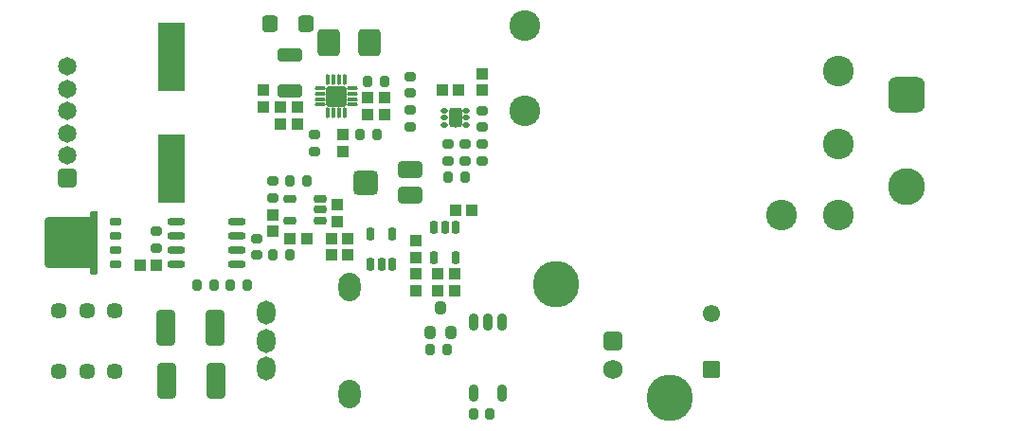
<source format=gts>
G04*
G04 #@! TF.GenerationSoftware,Altium Limited,Altium Designer,25.6.2 (33)*
G04*
G04 Layer_Color=8388736*
%FSLAX44Y44*%
%MOMM*%
G71*
G04*
G04 #@! TF.SameCoordinates,321F6365-E8C5-40D8-95C8-D2BB24AFB59A*
G04*
G04*
G04 #@! TF.FilePolarity,Negative*
G04*
G01*
G75*
G04:AMPARAMS|DCode=37|XSize=1mm|YSize=0.8mm|CornerRadius=0.1563mm|HoleSize=0mm|Usage=FLASHONLY|Rotation=90.000|XOffset=0mm|YOffset=0mm|HoleType=Round|Shape=RoundedRectangle|*
%AMROUNDEDRECTD37*
21,1,1.0000,0.4875,0,0,90.0*
21,1,0.6875,0.8000,0,0,90.0*
1,1,0.3125,0.2438,0.3438*
1,1,0.3125,0.2438,-0.3438*
1,1,0.3125,-0.2438,-0.3438*
1,1,0.3125,-0.2438,0.3438*
%
%ADD37ROUNDEDRECTD37*%
G04:AMPARAMS|DCode=38|XSize=2.15mm|YSize=2.15mm|CornerRadius=0.325mm|HoleSize=0mm|Usage=FLASHONLY|Rotation=270.000|XOffset=0mm|YOffset=0mm|HoleType=Round|Shape=RoundedRectangle|*
%AMROUNDEDRECTD38*
21,1,2.1500,1.5000,0,0,270.0*
21,1,1.5000,2.1500,0,0,270.0*
1,1,0.6500,-0.7500,-0.7500*
1,1,0.6500,-0.7500,0.7500*
1,1,0.6500,0.7500,0.7500*
1,1,0.6500,0.7500,-0.7500*
%
%ADD38ROUNDEDRECTD38*%
G04:AMPARAMS|DCode=39|XSize=2.15mm|YSize=1.45mm|CornerRadius=0.2375mm|HoleSize=0mm|Usage=FLASHONLY|Rotation=180.000|XOffset=0mm|YOffset=0mm|HoleType=Round|Shape=RoundedRectangle|*
%AMROUNDEDRECTD39*
21,1,2.1500,0.9750,0,0,180.0*
21,1,1.6750,1.4500,0,0,180.0*
1,1,0.4750,-0.8375,0.4875*
1,1,0.4750,0.8375,0.4875*
1,1,0.4750,0.8375,-0.4875*
1,1,0.4750,-0.8375,-0.4875*
%
%ADD39ROUNDEDRECTD39*%
G04:AMPARAMS|DCode=40|XSize=1.1mm|YSize=1.05mm|CornerRadius=0.1875mm|HoleSize=0mm|Usage=FLASHONLY|Rotation=0.000|XOffset=0mm|YOffset=0mm|HoleType=Round|Shape=RoundedRectangle|*
%AMROUNDEDRECTD40*
21,1,1.1000,0.6750,0,0,0.0*
21,1,0.7250,1.0500,0,0,0.0*
1,1,0.3750,0.3625,-0.3375*
1,1,0.3750,-0.3625,-0.3375*
1,1,0.3750,-0.3625,0.3375*
1,1,0.3750,0.3625,0.3375*
%
%ADD40ROUNDEDRECTD40*%
G04:AMPARAMS|DCode=41|XSize=1.1mm|YSize=1.05mm|CornerRadius=0.1875mm|HoleSize=0mm|Usage=FLASHONLY|Rotation=90.000|XOffset=0mm|YOffset=0mm|HoleType=Round|Shape=RoundedRectangle|*
%AMROUNDEDRECTD41*
21,1,1.1000,0.6750,0,0,90.0*
21,1,0.7250,1.0500,0,0,90.0*
1,1,0.3750,0.3375,0.3625*
1,1,0.3750,0.3375,-0.3625*
1,1,0.3750,-0.3375,-0.3625*
1,1,0.3750,-0.3375,0.3625*
%
%ADD41ROUNDEDRECTD41*%
G04:AMPARAMS|DCode=42|XSize=1.75mm|YSize=1.11mm|CornerRadius=0.195mm|HoleSize=0mm|Usage=FLASHONLY|Rotation=90.000|XOffset=0mm|YOffset=0mm|HoleType=Round|Shape=RoundedRectangle|*
%AMROUNDEDRECTD42*
21,1,1.7500,0.7200,0,0,90.0*
21,1,1.3600,1.1100,0,0,90.0*
1,1,0.3900,0.3600,0.6800*
1,1,0.3900,0.3600,-0.6800*
1,1,0.3900,-0.3600,-0.6800*
1,1,0.3900,-0.3600,0.6800*
%
%ADD42ROUNDEDRECTD42*%
G04:AMPARAMS|DCode=43|XSize=0.45mm|YSize=0.6mm|CornerRadius=0.1125mm|HoleSize=0mm|Usage=FLASHONLY|Rotation=90.000|XOffset=0mm|YOffset=0mm|HoleType=Round|Shape=RoundedRectangle|*
%AMROUNDEDRECTD43*
21,1,0.4500,0.3750,0,0,90.0*
21,1,0.2250,0.6000,0,0,90.0*
1,1,0.2250,0.1875,0.1125*
1,1,0.2250,0.1875,-0.1125*
1,1,0.2250,-0.1875,-0.1125*
1,1,0.2250,-0.1875,0.1125*
%
%ADD43ROUNDEDRECTD43*%
G04:AMPARAMS|DCode=44|XSize=1mm|YSize=0.8mm|CornerRadius=0.1563mm|HoleSize=0mm|Usage=FLASHONLY|Rotation=0.000|XOffset=0mm|YOffset=0mm|HoleType=Round|Shape=RoundedRectangle|*
%AMROUNDEDRECTD44*
21,1,1.0000,0.4875,0,0,0.0*
21,1,0.6875,0.8000,0,0,0.0*
1,1,0.3125,0.3438,-0.2438*
1,1,0.3125,-0.3438,-0.2438*
1,1,0.3125,-0.3438,0.2438*
1,1,0.3125,0.3438,0.2438*
%
%ADD44ROUNDEDRECTD44*%
G04:AMPARAMS|DCode=45|XSize=0.4mm|YSize=0.95mm|CornerRadius=0.1375mm|HoleSize=0mm|Usage=FLASHONLY|Rotation=0.000|XOffset=0mm|YOffset=0mm|HoleType=Round|Shape=RoundedRectangle|*
%AMROUNDEDRECTD45*
21,1,0.4000,0.6750,0,0,0.0*
21,1,0.1250,0.9500,0,0,0.0*
1,1,0.2750,0.0625,-0.3375*
1,1,0.2750,-0.0625,-0.3375*
1,1,0.2750,-0.0625,0.3375*
1,1,0.2750,0.0625,0.3375*
%
%ADD45ROUNDEDRECTD45*%
G04:AMPARAMS|DCode=46|XSize=0.7mm|YSize=1.15mm|CornerRadius=0.2125mm|HoleSize=0mm|Usage=FLASHONLY|Rotation=0.000|XOffset=0mm|YOffset=0mm|HoleType=Round|Shape=RoundedRectangle|*
%AMROUNDEDRECTD46*
21,1,0.7000,0.7250,0,0,0.0*
21,1,0.2750,1.1500,0,0,0.0*
1,1,0.4250,0.1375,-0.3625*
1,1,0.4250,-0.1375,-0.3625*
1,1,0.4250,-0.1375,0.3625*
1,1,0.4250,0.1375,0.3625*
%
%ADD46ROUNDEDRECTD46*%
G04:AMPARAMS|DCode=47|XSize=0.8mm|YSize=1.45mm|CornerRadius=0.2375mm|HoleSize=0mm|Usage=FLASHONLY|Rotation=180.000|XOffset=0mm|YOffset=0mm|HoleType=Round|Shape=RoundedRectangle|*
%AMROUNDEDRECTD47*
21,1,0.8000,0.9750,0,0,180.0*
21,1,0.3250,1.4500,0,0,180.0*
1,1,0.4750,-0.1625,0.4875*
1,1,0.4750,0.1625,0.4875*
1,1,0.4750,0.1625,-0.4875*
1,1,0.4750,-0.1625,-0.4875*
%
%ADD47ROUNDEDRECTD47*%
G04:AMPARAMS|DCode=48|XSize=0.95mm|YSize=1.15mm|CornerRadius=0.275mm|HoleSize=0mm|Usage=FLASHONLY|Rotation=180.000|XOffset=0mm|YOffset=0mm|HoleType=Round|Shape=RoundedRectangle|*
%AMROUNDEDRECTD48*
21,1,0.9500,0.6000,0,0,180.0*
21,1,0.4000,1.1500,0,0,180.0*
1,1,0.5500,-0.2000,0.3000*
1,1,0.5500,0.2000,0.3000*
1,1,0.5500,0.2000,-0.3000*
1,1,0.5500,-0.2000,-0.3000*
%
%ADD48ROUNDEDRECTD48*%
G04:AMPARAMS|DCode=49|XSize=1.81mm|YSize=1.81mm|CornerRadius=0.1995mm|HoleSize=0mm|Usage=FLASHONLY|Rotation=0.000|XOffset=0mm|YOffset=0mm|HoleType=Round|Shape=RoundedRectangle|*
%AMROUNDEDRECTD49*
21,1,1.8100,1.4110,0,0,0.0*
21,1,1.4110,1.8100,0,0,0.0*
1,1,0.3990,0.7055,-0.7055*
1,1,0.3990,-0.7055,-0.7055*
1,1,0.3990,-0.7055,0.7055*
1,1,0.3990,0.7055,0.7055*
%
%ADD49ROUNDEDRECTD49*%
G04:AMPARAMS|DCode=50|XSize=0.4mm|YSize=0.95mm|CornerRadius=0.1375mm|HoleSize=0mm|Usage=FLASHONLY|Rotation=90.000|XOffset=0mm|YOffset=0mm|HoleType=Round|Shape=RoundedRectangle|*
%AMROUNDEDRECTD50*
21,1,0.4000,0.6750,0,0,90.0*
21,1,0.1250,0.9500,0,0,90.0*
1,1,0.2750,0.3375,0.0625*
1,1,0.2750,0.3375,-0.0625*
1,1,0.2750,-0.3375,-0.0625*
1,1,0.2750,-0.3375,0.0625*
%
%ADD50ROUNDEDRECTD50*%
G04:AMPARAMS|DCode=51|XSize=2.15mm|YSize=1.15mm|CornerRadius=0.2mm|HoleSize=0mm|Usage=FLASHONLY|Rotation=180.000|XOffset=0mm|YOffset=0mm|HoleType=Round|Shape=RoundedRectangle|*
%AMROUNDEDRECTD51*
21,1,2.1500,0.7500,0,0,180.0*
21,1,1.7500,1.1500,0,0,180.0*
1,1,0.4000,-0.8750,0.3750*
1,1,0.4000,0.8750,0.3750*
1,1,0.4000,0.8750,-0.3750*
1,1,0.4000,-0.8750,-0.3750*
%
%ADD51ROUNDEDRECTD51*%
G04:AMPARAMS|DCode=52|XSize=0.7mm|YSize=1.15mm|CornerRadius=0.2125mm|HoleSize=0mm|Usage=FLASHONLY|Rotation=270.000|XOffset=0mm|YOffset=0mm|HoleType=Round|Shape=RoundedRectangle|*
%AMROUNDEDRECTD52*
21,1,0.7000,0.7250,0,0,270.0*
21,1,0.2750,1.1500,0,0,270.0*
1,1,0.4250,-0.3625,-0.1375*
1,1,0.4250,-0.3625,0.1375*
1,1,0.4250,0.3625,0.1375*
1,1,0.4250,0.3625,-0.1375*
%
%ADD52ROUNDEDRECTD52*%
G04:AMPARAMS|DCode=53|XSize=2.45mm|YSize=6.15mm|CornerRadius=0.2475mm|HoleSize=0mm|Usage=FLASHONLY|Rotation=0.000|XOffset=0mm|YOffset=0mm|HoleType=Round|Shape=RoundedRectangle|*
%AMROUNDEDRECTD53*
21,1,2.4500,5.6550,0,0,0.0*
21,1,1.9550,6.1500,0,0,0.0*
1,1,0.4950,0.9775,-2.8275*
1,1,0.4950,-0.9775,-2.8275*
1,1,0.4950,-0.9775,2.8275*
1,1,0.4950,0.9775,2.8275*
%
%ADD53ROUNDEDRECTD53*%
G04:AMPARAMS|DCode=54|XSize=3.15mm|YSize=1.65mm|CornerRadius=0.2625mm|HoleSize=0mm|Usage=FLASHONLY|Rotation=270.000|XOffset=0mm|YOffset=0mm|HoleType=Round|Shape=RoundedRectangle|*
%AMROUNDEDRECTD54*
21,1,3.1500,1.1250,0,0,270.0*
21,1,2.6250,1.6500,0,0,270.0*
1,1,0.5250,-0.5625,-1.3125*
1,1,0.5250,-0.5625,1.3125*
1,1,0.5250,0.5625,1.3125*
1,1,0.5250,0.5625,-1.3125*
%
%ADD54ROUNDEDRECTD54*%
G04:AMPARAMS|DCode=55|XSize=2.45mm|YSize=1.95mm|CornerRadius=0.3mm|HoleSize=0mm|Usage=FLASHONLY|Rotation=270.000|XOffset=0mm|YOffset=0mm|HoleType=Round|Shape=RoundedRectangle|*
%AMROUNDEDRECTD55*
21,1,2.4500,1.3500,0,0,270.0*
21,1,1.8500,1.9500,0,0,270.0*
1,1,0.6000,-0.6750,-0.9250*
1,1,0.6000,-0.6750,0.9250*
1,1,0.6000,0.6750,0.9250*
1,1,0.6000,0.6750,-0.9250*
%
%ADD55ROUNDEDRECTD55*%
G04:AMPARAMS|DCode=56|XSize=1.45mm|YSize=1.35mm|CornerRadius=0.225mm|HoleSize=0mm|Usage=FLASHONLY|Rotation=90.000|XOffset=0mm|YOffset=0mm|HoleType=Round|Shape=RoundedRectangle|*
%AMROUNDEDRECTD56*
21,1,1.4500,0.9000,0,0,90.0*
21,1,1.0000,1.3500,0,0,90.0*
1,1,0.4500,0.4500,0.5000*
1,1,0.4500,0.4500,-0.5000*
1,1,0.4500,-0.4500,-0.5000*
1,1,0.4500,-0.4500,0.5000*
%
%ADD56ROUNDEDRECTD56*%
G04:AMPARAMS|DCode=57|XSize=0.65mm|YSize=1mm|CornerRadius=0.1375mm|HoleSize=0mm|Usage=FLASHONLY|Rotation=90.000|XOffset=0mm|YOffset=0mm|HoleType=Round|Shape=RoundedRectangle|*
%AMROUNDEDRECTD57*
21,1,0.6500,0.7250,0,0,90.0*
21,1,0.3750,1.0000,0,0,90.0*
1,1,0.2750,0.3625,0.1875*
1,1,0.2750,0.3625,-0.1875*
1,1,0.2750,-0.3625,-0.1875*
1,1,0.2750,-0.3625,0.1875*
%
%ADD57ROUNDEDRECTD57*%
G04:AMPARAMS|DCode=58|XSize=4.56mm|YSize=4.7mm|CornerRadius=0.2955mm|HoleSize=0mm|Usage=FLASHONLY|Rotation=90.000|XOffset=0mm|YOffset=0mm|HoleType=Round|Shape=RoundedRectangle|*
%AMROUNDEDRECTD58*
21,1,4.5600,4.1090,0,0,90.0*
21,1,3.9690,4.7000,0,0,90.0*
1,1,0.5910,2.0545,1.9845*
1,1,0.5910,2.0545,-1.9845*
1,1,0.5910,-2.0545,-1.9845*
1,1,0.5910,-2.0545,1.9845*
%
%ADD58ROUNDEDRECTD58*%
%ADD59O,1.6000X0.7500*%
%ADD60O,1.6500X2.1500*%
%ADD61O,1.9500X2.5500*%
%ADD62C,1.7500*%
%ADD63C,4.1500*%
G04:AMPARAMS|DCode=64|XSize=1.75mm|YSize=1.75mm|CornerRadius=0.475mm|HoleSize=0mm|Usage=FLASHONLY|Rotation=90.000|XOffset=0mm|YOffset=0mm|HoleType=Round|Shape=RoundedRectangle|*
%AMROUNDEDRECTD64*
21,1,1.7500,0.8000,0,0,90.0*
21,1,0.8000,1.7500,0,0,90.0*
1,1,0.9500,0.4000,0.4000*
1,1,0.9500,0.4000,-0.4000*
1,1,0.9500,-0.4000,-0.4000*
1,1,0.9500,-0.4000,0.4000*
%
%ADD64ROUNDEDRECTD64*%
%ADD65C,2.7500*%
G04:AMPARAMS|DCode=66|XSize=1.55mm|YSize=1.55mm|CornerRadius=0.25mm|HoleSize=0mm|Usage=FLASHONLY|Rotation=90.000|XOffset=0mm|YOffset=0mm|HoleType=Round|Shape=RoundedRectangle|*
%AMROUNDEDRECTD66*
21,1,1.5500,1.0500,0,0,90.0*
21,1,1.0500,1.5500,0,0,90.0*
1,1,0.5000,0.5250,0.5250*
1,1,0.5000,0.5250,-0.5250*
1,1,0.5000,-0.5250,-0.5250*
1,1,0.5000,-0.5250,0.5250*
%
%ADD66ROUNDEDRECTD66*%
%ADD67C,1.5500*%
G04:AMPARAMS|DCode=68|XSize=3.3016mm|YSize=3.3016mm|CornerRadius=0.8508mm|HoleSize=0mm|Usage=FLASHONLY|Rotation=270.000|XOffset=0mm|YOffset=0mm|HoleType=Round|Shape=RoundedRectangle|*
%AMROUNDEDRECTD68*
21,1,3.3016,1.6000,0,0,270.0*
21,1,1.6000,3.3016,0,0,270.0*
1,1,1.7016,-0.8000,-0.8000*
1,1,1.7016,-0.8000,0.8000*
1,1,1.7016,0.8000,0.8000*
1,1,1.7016,0.8000,-0.8000*
%
%ADD68ROUNDEDRECTD68*%
%ADD69C,3.3016*%
%ADD70C,0.1500*%
%ADD71C,1.4500*%
G04:AMPARAMS|DCode=72|XSize=1.65mm|YSize=1.65mm|CornerRadius=0.2625mm|HoleSize=0mm|Usage=FLASHONLY|Rotation=180.000|XOffset=0mm|YOffset=0mm|HoleType=Round|Shape=RoundedRectangle|*
%AMROUNDEDRECTD72*
21,1,1.6500,1.1250,0,0,180.0*
21,1,1.1250,1.6500,0,0,180.0*
1,1,0.5250,-0.5625,0.5625*
1,1,0.5250,0.5625,0.5625*
1,1,0.5250,0.5625,-0.5625*
1,1,0.5250,-0.5625,-0.5625*
%
%ADD72ROUNDEDRECTD72*%
%ADD73C,1.6500*%
%ADD74C,0.6532*%
G36*
X85188Y196105D02*
X87833Y196105D01*
X87843Y196104D01*
X87852Y196104D01*
X87859Y196103D01*
X88093D01*
X88122Y196101D01*
X88152D01*
X88181Y196097D01*
X88210Y196094D01*
X88239Y196087D01*
X88268Y196083D01*
X88296Y196074D01*
X88325Y196067D01*
X88352Y196055D01*
X88380Y196046D01*
X88859Y195848D01*
X88885Y195835D01*
X88912Y195823D01*
X88938Y195808D01*
X88964Y195795D01*
X88988Y195777D01*
X89013Y195762D01*
X89036Y195742D01*
X89059Y195725D01*
X89080Y195704D01*
X89103Y195685D01*
X89469Y195319D01*
X89488Y195296D01*
X89509Y195276D01*
X89526Y195252D01*
X89545Y195229D01*
X89561Y195204D01*
X89578Y195180D01*
X89592Y195154D01*
X89607Y195129D01*
X89619Y195101D01*
X89632Y195075D01*
X89830Y194597D01*
X89839Y194569D01*
X89851Y194541D01*
X89857Y194513D01*
X89867Y194484D01*
X89871Y194455D01*
X89878Y194426D01*
X89880Y194397D01*
X89885Y194368D01*
Y194338D01*
X89887Y194309D01*
Y194050D01*
Y141549D01*
X89887Y141549D01*
X89887Y141191D01*
X89885Y141161D01*
Y141131D01*
X89880Y141102D01*
X89878Y141073D01*
X89871Y141044D01*
X89867Y141015D01*
X89857Y140987D01*
X89851Y140958D01*
X89839Y140931D01*
X89830Y140903D01*
X89556Y140240D01*
X89542Y140214D01*
X89531Y140187D01*
X89515Y140162D01*
X89502Y140135D01*
X89485Y140111D01*
X89469Y140086D01*
X89450Y140063D01*
X89433Y140040D01*
X89412Y140019D01*
X89392Y139996D01*
X88885Y139489D01*
X88863Y139470D01*
X88842Y139449D01*
X88818Y139432D01*
X88796Y139413D01*
X88770Y139397D01*
X88746Y139380D01*
X88720Y139367D01*
X88695Y139351D01*
X88668Y139340D01*
X88641Y139326D01*
X87979Y139052D01*
X87951Y139043D01*
X87923Y139032D01*
X87895Y139025D01*
X87867Y139016D01*
X87837Y139011D01*
X87808Y139004D01*
X87779Y139002D01*
X87750Y138997D01*
X87720D01*
X87691Y138995D01*
X87332Y138995D01*
X85438D01*
X85080Y138995D01*
X85050Y138997D01*
X85020Y138997D01*
X84991Y139002D01*
X84962Y139004D01*
X84933Y139011D01*
X84904Y139016D01*
X84876Y139025D01*
X84847Y139032D01*
X84820Y139043D01*
X84791Y139052D01*
X84129Y139326D01*
X84102Y139340D01*
X84075Y139351D01*
X84050Y139367D01*
X84023Y139380D01*
X83999Y139397D01*
X83974Y139413D01*
X83952Y139432D01*
X83928Y139449D01*
X83907Y139470D01*
X83884Y139489D01*
X83377Y139997D01*
X83358Y140019D01*
X83337Y140040D01*
X83319Y140064D01*
X83300Y140086D01*
X83285Y140112D01*
X83267Y140136D01*
X83254Y140162D01*
X83239Y140187D01*
X83227Y140215D01*
X83214Y140241D01*
X82940Y140904D01*
X82930Y140932D01*
X82919Y140960D01*
X82912Y140988D01*
X82903Y141016D01*
X82899Y141045D01*
X82892Y141074D01*
X82889Y141104D01*
X82885Y141133D01*
Y141162D01*
X82882Y141192D01*
X82883Y141551D01*
X82883Y143993D01*
X82849Y144337D01*
X82573Y145004D01*
X82089Y145487D01*
X81422Y145764D01*
X81078Y145798D01*
X46385Y145798D01*
X46267Y145807D01*
X46153Y145835D01*
X46043Y145880D01*
X45943Y145941D01*
X45853Y146018D01*
X45776Y146108D01*
X45715Y146208D01*
X45669Y146318D01*
X45642Y146432D01*
X45633Y146550D01*
Y188550D01*
X45642Y188668D01*
X45669Y188783D01*
X45715Y188892D01*
X45776Y188992D01*
X45853Y189082D01*
X45943Y189159D01*
X46043Y189220D01*
X46153Y189265D01*
X46267Y189293D01*
X46385Y189302D01*
X80993Y189302D01*
X81354Y189338D01*
X82051Y189627D01*
X82558Y190134D01*
X82847Y190831D01*
X82883Y191191D01*
X82883Y193800D01*
X82883Y193801D01*
X82883Y193802D01*
X82883Y193810D01*
X82883Y194107D01*
X82885Y194137D01*
X82885Y194167D01*
X82890Y194196D01*
X82892Y194225D01*
X82899Y194254D01*
X82904Y194283D01*
X82913Y194311D01*
X82920Y194340D01*
X82931Y194367D01*
X82940Y194396D01*
X83176Y194967D01*
X83189Y194993D01*
X83201Y195020D01*
X83216Y195046D01*
X83230Y195072D01*
X83247Y195096D01*
X83262Y195121D01*
X83282Y195144D01*
X83299Y195167D01*
X83320Y195188D01*
X83339Y195211D01*
X83776Y195648D01*
X83798Y195667D01*
X83819Y195688D01*
X83843Y195705D01*
X83865Y195725D01*
X83891Y195740D01*
X83915Y195758D01*
X83941Y195771D01*
X83966Y195786D01*
X83994Y195798D01*
X84020Y195811D01*
X84591Y196047D01*
X84619Y196056D01*
X84646Y196068D01*
X84675Y196075D01*
X84703Y196084D01*
X84732Y196089D01*
X84761Y196095D01*
X84790Y196098D01*
X84819Y196102D01*
X84849D01*
X84879Y196105D01*
X85188Y196105D01*
D02*
G37*
D37*
X402250Y72000D02*
D03*
X387250D02*
D03*
X346250Y312000D02*
D03*
X418000Y225750D02*
D03*
X276500Y222500D02*
D03*
X261500Y156500D02*
D03*
X223500Y130000D02*
D03*
X403000Y225750D02*
D03*
X208500Y130000D02*
D03*
X246500Y156500D02*
D03*
X193500Y130000D02*
D03*
X178500D02*
D03*
X331250Y312000D02*
D03*
X425550Y14750D02*
D03*
X440550D02*
D03*
X324250Y264000D02*
D03*
X339250D02*
D03*
X261500Y222500D02*
D03*
D38*
X329251Y221500D02*
D03*
D39*
X369250Y232999D02*
D03*
Y209999D02*
D03*
D40*
X433000Y318750D02*
D03*
X309250Y249000D02*
D03*
X408750Y124500D02*
D03*
X393750D02*
D03*
X374500Y169500D02*
D03*
Y124500D02*
D03*
X238000Y289000D02*
D03*
X303500Y201500D02*
D03*
X246500Y192500D02*
D03*
X303500Y186500D02*
D03*
X374500Y154500D02*
D03*
X408750Y139500D02*
D03*
X393750D02*
D03*
X374500D02*
D03*
X433000Y303750D02*
D03*
X238000Y304000D02*
D03*
X246500Y177500D02*
D03*
X309250Y264000D02*
D03*
D41*
X412500Y303750D02*
D03*
X346250Y282000D02*
D03*
Y297000D02*
D03*
X424500Y196500D02*
D03*
X253000Y289000D02*
D03*
X253000Y274000D02*
D03*
X276500Y171500D02*
D03*
X298500Y156500D02*
D03*
X127500Y147500D02*
D03*
X409500Y196500D02*
D03*
X268000Y274000D02*
D03*
X397500Y303750D02*
D03*
X313500Y171500D02*
D03*
X142500Y147500D02*
D03*
X268000Y289000D02*
D03*
X261500Y171500D02*
D03*
X313500Y156500D02*
D03*
X331250Y297000D02*
D03*
Y282000D02*
D03*
X298500Y171500D02*
D03*
D42*
X409500Y279320D02*
D03*
D43*
X419250Y272820D02*
D03*
X399750Y285820D02*
D03*
X419250Y279320D02*
D03*
Y285820D02*
D03*
X399750Y272820D02*
D03*
Y279320D02*
D03*
D44*
X418000Y255750D02*
D03*
X283500Y249000D02*
D03*
X418000Y240750D02*
D03*
X403000D02*
D03*
Y255750D02*
D03*
X433000Y240750D02*
D03*
Y255750D02*
D03*
Y270820D02*
D03*
Y285820D02*
D03*
X369250Y271250D02*
D03*
Y286250D02*
D03*
X231500Y156500D02*
D03*
Y171500D02*
D03*
X283500Y264000D02*
D03*
X246500Y222500D02*
D03*
Y207500D02*
D03*
X142500Y162500D02*
D03*
Y177500D02*
D03*
X369250Y316250D02*
D03*
Y301250D02*
D03*
D45*
X305250Y284000D02*
D03*
X295250Y313000D02*
D03*
X300250Y284000D02*
D03*
X295250D02*
D03*
X310250D02*
D03*
Y313000D02*
D03*
X305250D02*
D03*
X300250D02*
D03*
D46*
X400000Y181500D02*
D03*
X352750Y175000D02*
D03*
X390500Y154500D02*
D03*
Y181500D02*
D03*
X409500D02*
D03*
Y154500D02*
D03*
X343250Y148000D02*
D03*
X333750D02*
D03*
X352750D02*
D03*
X333750Y175000D02*
D03*
D47*
X450950Y96500D02*
D03*
X425550D02*
D03*
X450950Y33500D02*
D03*
X425550D02*
D03*
X438250Y96500D02*
D03*
D48*
X405250Y87250D02*
D03*
X387250D02*
D03*
X396250Y109250D02*
D03*
D49*
X302750Y298500D02*
D03*
D50*
X288250Y306000D02*
D03*
Y296000D02*
D03*
Y301000D02*
D03*
Y291000D02*
D03*
X317250D02*
D03*
Y296000D02*
D03*
Y301000D02*
D03*
Y306000D02*
D03*
D51*
X261500Y303500D02*
D03*
Y335500D02*
D03*
D52*
X288500Y197000D02*
D03*
Y206500D02*
D03*
Y187500D02*
D03*
X261500D02*
D03*
Y206500D02*
D03*
D53*
X156000Y233500D02*
D03*
Y334000D02*
D03*
D54*
X194750Y91750D02*
D03*
X195500Y44500D02*
D03*
X150750Y91750D02*
D03*
X151500Y44500D02*
D03*
D55*
X333000Y346000D02*
D03*
X296000D02*
D03*
D56*
X243750Y363750D02*
D03*
X275750D02*
D03*
D57*
X105865Y148500D02*
D03*
Y161200D02*
D03*
Y173900D02*
D03*
Y186600D02*
D03*
D58*
X66365Y167550D02*
D03*
D59*
X159750Y186600D02*
D03*
Y173900D02*
D03*
Y161200D02*
D03*
Y148500D02*
D03*
X214250Y186600D02*
D03*
Y173900D02*
D03*
Y161200D02*
D03*
Y148500D02*
D03*
D60*
X240000Y80000D02*
D03*
Y55001D02*
D03*
Y105000D02*
D03*
D61*
X315000Y32001D02*
D03*
Y128000D02*
D03*
D62*
X550000Y54600D02*
D03*
D63*
X600800Y29200D02*
D03*
X499200Y130800D02*
D03*
D64*
X550000Y80000D02*
D03*
D65*
X471480Y362020D02*
D03*
X700680Y192520D02*
D03*
X751480Y321020D02*
D03*
Y256020D02*
D03*
X471480Y285820D02*
D03*
X751480Y192020D02*
D03*
D66*
X638000Y54250D02*
D03*
D67*
Y104250D02*
D03*
D68*
X812750Y300250D02*
D03*
D69*
Y217649D02*
D03*
D70*
X895000Y375000D02*
D03*
X110000Y80000D02*
D03*
X25000Y25000D02*
D03*
Y375000D02*
D03*
D71*
X55000Y53000D02*
D03*
X80000D02*
D03*
X105000D02*
D03*
X80000Y107000D02*
D03*
X105000D02*
D03*
X55000D02*
D03*
D72*
X62500Y225250D02*
D03*
D73*
Y285250D02*
D03*
Y245250D02*
D03*
Y305250D02*
D03*
Y265250D02*
D03*
Y325250D02*
D03*
D74*
X409500Y273820D02*
D03*
Y284820D02*
D03*
M02*

</source>
